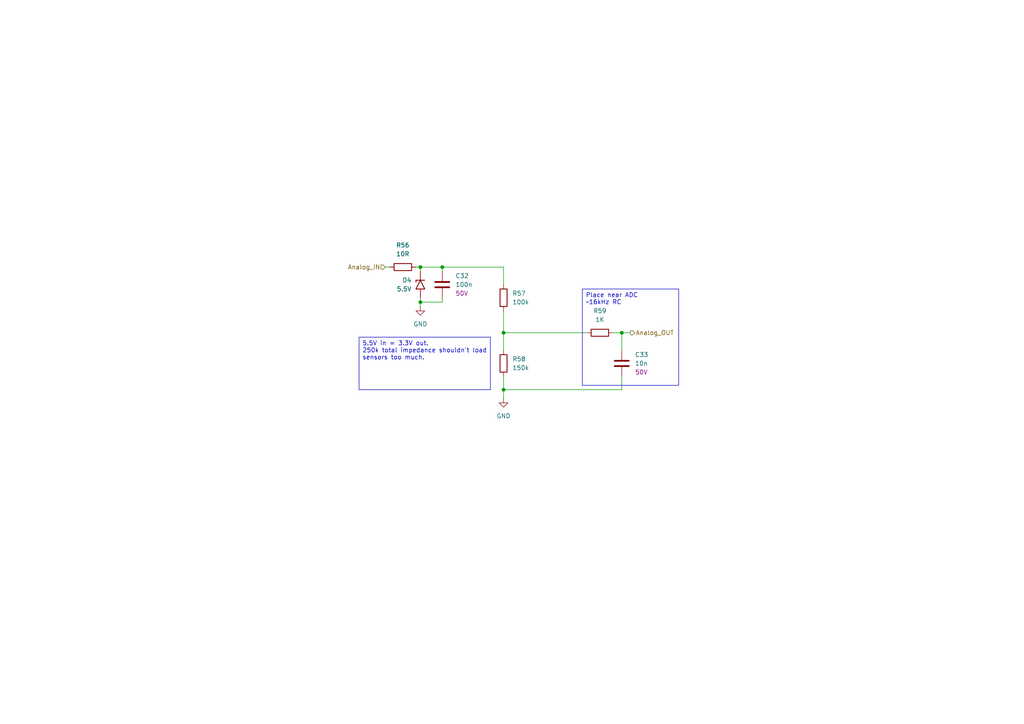
<source format=kicad_sch>
(kicad_sch (version 20250114) (generator "eeschema") (generator_version "9.0")
  (paper "A4")
  (title_block (title "Main architecture") (date "2025-08-10") (rev "1.4") (company "Alex Miller & Martin Roger") (comment 1 "https://github.com/martinroger/VXDash") (comment 2 "https://cadlab.io/projects/vxdash"))
  (lib_symbols
    (symbol "VXDash_diodes:TVS_Uni" (pin_numbers (hide yes)) (pin_names (offset 1.016) (hide yes))
      (property "Reference" "D" (at 0 2.54 0))
      (property "Value" "TVS_Uni" (at 0 -2.54 0))
      (symbol "TVS_Uni_0_1"
        (polyline (pts (xy -0.762 1.27) (xy -1.27 1.27) (xy -1.27 -1.27)) (stroke (width 0.254)))
        (polyline (pts (xy 1.27 1.27) (xy 1.27 -1.27) (xy -1.27 0) (xy 1.27 1.27)) (stroke (width 0.254)))
      )
      (symbol "TVS_Uni_1_1"
        (pin passive line (at -3.81 0 0) (length 2.54) (name "A1") (number "1"))
        (pin passive line (at 3.81 0 180) (length 2.54) (name "A2") (number "2"))
      )
    )
    (symbol "VXDash_passives:Cap_MLCC" (pin_numbers (hide yes)) (pin_names (offset 0.254))
      (property "Reference" "C" (at 2.54 2.54 0))
      (property "Value" "Cap_MLCC" (at 2.54 0 0))
      (property "Voltage" "50V" (at 2.54 -2.54 0))
      (symbol "Cap_MLCC_0_1"
        (polyline (pts (xy -2.032 0.762) (xy 2.032 0.762)) (stroke (width 0.508)))
        (polyline (pts (xy -2.032 -0.762) (xy 2.032 -0.762)) (stroke (width 0.508)))
      )
      (symbol "Cap_MLCC_1_1"
        (pin passive line (at 0 3.81 270) (length 2.794) (name "~") (number "1"))
        (pin passive line (at 0 -3.81 90) (length 2.794) (name "~") (number "2"))
      )
    )
    (symbol "VXDash_passives:Res" (pin_numbers (hide yes)) (pin_names (offset 0))
      (property "Reference" "R" (at 1.27 1.27 0))
      (property "Value" "Res" (at 1.27 -1.27 0))
      (symbol "Res_0_1"
        (rectangle (start -1.016 -2.54) (end 1.016 2.54) (stroke (width 0.254)))
      )
      (symbol "Res_1_1"
        (pin passive line (at 0 3.81 270) (length 1.27) (name "~") (number "1"))
        (pin passive line (at 0 -3.81 90) (length 1.27) (name "~") (number "2"))
      )
    )
    (symbol "power:GND" (power) (pin_numbers (hide yes)) (pin_names (offset 0) (hide yes))
      (property "Value" "GND" (at 0 -3.81 0))
      (symbol "GND_0_1"
        (polyline (pts (xy 0 0) (xy 0 -1.27) (xy 1.27 -1.27) (xy 0 -2.54) (xy -1.27 -1.27) (xy 0 -1.27)))
      )
      (symbol "GND_1_1"
        (pin power_in line (at 0 0 270) (length 0) (name "~") (number "1"))
      )
    )
  )
  (text_box "Place near ADC\n~16kHz RC" (at 168.91 83.82 0) (size 27.94 27.94) (margins 0.9525 0.9525 0.9525 0.9525) (effects (font (size 1.27 1.27)) (justify left top)))
  (text_box "5.5V in = 3.3V out. \n250k total impedance shouldn't load sensors too much." (at 104.14 97.79 0) (size 38.1 15.24) (margins 0.9525 0.9525 0.9525 0.9525) (effects (font (size 1.27 1.27)) (justify left top)))
  (junction (at 121.92 77.47))
  (junction (at 146.05 96.52))
  (junction (at 121.92 87.63))
  (junction (at 128.27 77.47))
  (junction (at 146.05 113.03))
  (junction (at 180.34 96.52))
  (wire (pts (xy 146.05 113.03) (xy 146.05 109.22)))
  (wire (pts (xy 146.05 96.52) (xy 170.18 96.52)))
  (wire (pts (xy 121.92 87.63) (xy 128.27 87.63)))
  (wire (pts (xy 121.92 77.47) (xy 128.27 77.47)))
  (wire (pts (xy 128.27 77.47) (xy 146.05 77.47)))
  (wire (pts (xy 120.65 77.47) (xy 121.92 77.47)))
  (wire (pts (xy 146.05 82.55) (xy 146.05 77.47)))
  (wire (pts (xy 121.92 86.36) (xy 121.92 87.63)))
  (wire (pts (xy 146.05 90.17) (xy 146.05 96.52)))
  (wire (pts (xy 177.8 96.52) (xy 180.34 96.52)))
  (wire (pts (xy 128.27 78.74) (xy 128.27 77.47)))
  (wire (pts (xy 180.34 109.22) (xy 180.34 113.03)))
  (wire (pts (xy 180.34 96.52) (xy 182.88 96.52)))
  (wire (pts (xy 121.92 87.63) (xy 121.92 88.9)))
  (wire (pts (xy 146.05 96.52) (xy 146.05 101.6)))
  (wire (pts (xy 146.05 113.03) (xy 146.05 115.57)))
  (wire (pts (xy 121.92 78.74) (xy 121.92 77.47)))
  (wire (pts (xy 180.34 96.52) (xy 180.34 101.6)))
  (wire (pts (xy 128.27 87.63) (xy 128.27 86.36)))
  (wire (pts (xy 111.76 77.47) (xy 113.03 77.47)))
  (wire (pts (xy 146.05 113.03) (xy 180.34 113.03)))
  (hierarchical_label "Analog_IN" (shape input) (at 111.76 77.47 180))
  (hierarchical_label "Analog_OUT" (shape output) (at 182.88 96.52 0))
  (symbol (lib_id "VXDash_passives:Res") (at 173.99 96.52 90) (unit 1)
    (property "Reference" "R59" (at 173.99 90.17 90))
    (property "Value" "1K" (at 173.99 92.71 90))
    (property "Footprint" "Resistor_SMD:R_0805_2012Metric_Pad1.20x1.40mm_HandSolder" (effects (hide yes)))
    (property "Tol" "1%" (effects (hide yes)))
    (property "Power" "100mW" (effects (hide yes)))
    (instances (project "VXDash" (path "" (reference "R59") (unit 1)) (path "" (reference "R63") (unit 1))))
  )
  (symbol (lib_id "VXDash_passives:Res") (at 146.05 105.41 180) (unit 1)
    (property "Reference" "R58" (at 148.59 104.1399 0) (effects (justify right)))
    (property "Value" "150k" (at 148.59 106.6799 0) (effects (justify right)))
    (property "Footprint" "Resistor_SMD:R_0805_2012Metric_Pad1.20x1.40mm_HandSolder" (effects (hide yes)))
    (property "Tol" "1%" (effects (hide yes)))
    (property "Power" "100mW" (effects (hide yes)))
    (instances (project "VXDash" (path "" (reference "R58") (unit 1)) (path "" (reference "R62") (unit 1))))
  )
  (symbol (lib_id "power:GND") (at 146.05 115.57 0) (unit 1)
    (property "Reference" "#PWR049" (effects (hide yes)))
    (property "Value" "GND" (at 146.05 120.65 0))
    (property "Description" "Power symbol creates a global label with name \"GND\" , ground" (effects (hide yes)))
    (instances (project "VXDash" (path "" (reference "#PWR049") (unit 1)) (path "" (reference "#PWR051") (unit 1))))
  )
  (symbol (lib_id "VXDash_passives:Res") (at 116.84 77.47 90) (unit 1)
    (property "Reference" "R56" (at 116.84 71.12 90))
    (property "Value" "10R" (at 116.84 73.66 90))
    (property "Footprint" "Resistor_SMD:R_0805_2012Metric_Pad1.20x1.40mm_HandSolder" (effects (hide yes)))
    (property "Tol" "1%" (effects (hide yes)))
    (property "Power" "100mW" (effects (hide yes)))
    (instances (project "VXDash" (path "" (reference "R56") (unit 1)) (path "" (reference "R60") (unit 1))))
  )
  (symbol (lib_id "VXDash_passives:Cap_MLCC") (at 180.34 105.41 180) (unit 1)
    (property "Reference" "C33" (at 184.15 102.8699 0) (effects (justify right)))
    (property "Value" "10n" (at 184.15 105.4099 0) (effects (justify right)))
    (property "Dielectric" "X7R" (effects (hide yes)))
    (property "Tol" "10%" (effects (hide yes)))
    (property "Voltage" "50V" (at 184.15 107.9499 0) (effects (justify right)))
    (instances (project "VXDash" (path "" (reference "C33") (unit 1)) (path "" (reference "C35") (unit 1))))
  )
  (symbol (lib_id "VXDash_passives:Res") (at 146.05 86.36 0) (unit 1)
    (property "Reference" "R57" (at 148.59 85.0899 0) (effects (justify left)))
    (property "Value" "100k" (at 148.59 87.6299 0) (effects (justify left)))
    (property "Footprint" "Resistor_SMD:R_0805_2012Metric_Pad1.20x1.40mm_HandSolder" (effects (hide yes)))
    (property "Tol" "1%" (effects (hide yes)))
    (property "Power" "100mW" (effects (hide yes)))
    (instances (project "VXDash" (path "" (reference "R57") (unit 1)) (path "" (reference "R61") (unit 1))))
  )
  (symbol (lib_id "VXDash_passives:Cap_MLCC") (at 128.27 82.55 180) (unit 1)
    (property "Reference" "C32" (at 132.08 80.0099 0) (effects (justify right)))
    (property "Value" "100n" (at 132.08 82.5499 0) (effects (justify right)))
    (property "Dielectric" "X7R" (effects (hide yes)))
    (property "Tol" "10%" (effects (hide yes)))
    (property "Voltage" "50V" (at 132.08 85.0899 0) (effects (justify right)))
    (instances (project "VXDash" (path "" (reference "C32") (unit 1)) (path "" (reference "C34") (unit 1))))
  )
  (symbol (lib_id "power:GND") (at 121.92 88.9 0) (unit 1)
    (property "Reference" "#PWR048" (effects (hide yes)))
    (property "Value" "GND" (at 121.92 93.98 0))
    (property "Description" "Power symbol creates a global label with name \"GND\" , ground" (effects (hide yes)))
    (instances (project "VXDash" (path "" (reference "#PWR048") (unit 1)) (path "" (reference "#PWR050") (unit 1))))
  )
  (symbol (lib_id "VXDash_diodes:TVS_Uni") (at 121.92 82.55 90) (mirror x) (unit 1)
    (property "Reference" "D4" (at 119.38 81.2799 90) (effects (justify left)))
    (property "Value" "5.5V" (at 119.38 83.8199 90) (effects (justify left)))
    (property "Footprint" "Diode_SMD:D_SOD-323_HandSoldering" (effects (hide yes)))
    (property "Datasheet" "https://www.ti.com/lit/ds/symlink/tsd05.pdf?ts=1695321159953&ref_url=https%253A%252F%252Fwww.ti.com%252Fsitesearch%252Fen-us%252Fdocs%252Funiversalsearch.tsp%253FlangPref%253Den-US%2526searchTerm%253DTSD05DYFR%2526nr%253D3" (effects (hide yes)))
    (property "Description" "Unidirectional TVS protection diode" (effects (hide yes)))
    (property "MFT" "TI" (effects (hide yes)))
    (property "MFT_PN" "TSD05DYFR" (effects (hide yes)))
    (property "Vwm" "5.5V" (effects (hide yes)))
    (property "Vbr" "6V" (effects (hide yes)))
    (property "Ippm" "60A" (effects (hide yes)))
    (instances (project "VXDash" (path "" (reference "D4") (unit 1)) (path "" (reference "D5") (unit 1))))
  )
)
</source>
